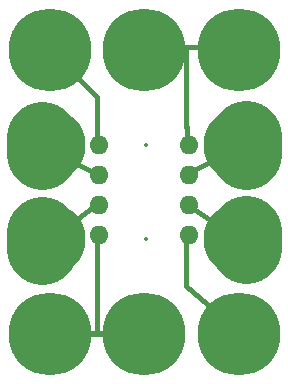
<source format=gtl>
%TF.GenerationSoftware,KiCad,Pcbnew,4.0.5-e0-6337~49~ubuntu16.04.1*%
%TF.CreationDate,2017-08-06T21:12:23-07:00*%
%TF.ProjectId,3x4-ATtiny85-8DIP-Breakout,3378342D415474696E7938352D384449,1.0*%
%TF.FileFunction,Copper,L1,Top,Signal*%
%FSLAX46Y46*%
G04 Gerber Fmt 4.6, Leading zero omitted, Abs format (unit mm)*
G04 Created by KiCad (PCBNEW 4.0.5-e0-6337~49~ubuntu16.04.1) date Sun Aug  6 21:12:23 2017*
%MOMM*%
%LPD*%
G01*
G04 APERTURE LIST*
%ADD10C,0.350000*%
%ADD11C,0.406400*%
%ADD12C,6.000000*%
%ADD13O,1.600000X1.600000*%
%ADD14C,7.000000*%
%ADD15C,6.000000*%
%ADD16C,0.500000*%
%ADD17C,0.350000*%
G04 APERTURE END LIST*
D10*
D11*
X8269200Y-68146400D02*
X4269200Y-71146400D01*
X4269200Y-63646400D02*
X8269200Y-65646400D01*
X8269200Y-59146400D02*
X4269200Y-55146400D01*
X8269200Y-63146400D02*
X8269200Y-59146400D01*
X12269200Y-54896400D02*
X20269200Y-54896400D01*
X15769200Y-61646400D02*
X15769200Y-54896400D01*
X15769200Y-65646400D02*
X20269200Y-63396400D01*
X15769200Y-68146400D02*
X20269200Y-71146400D01*
X15769200Y-75146400D02*
X20519200Y-79146400D01*
X15769200Y-70646400D02*
X15769200Y-75146400D01*
X8269200Y-70896400D02*
X8269200Y-79146400D01*
X15896200Y-61646400D02*
X15896200Y-63146400D01*
D12*
X20906200Y-63906400D02*
X20906200Y-62445900D01*
X20906200Y-71907400D02*
X20906200Y-70446900D01*
X3634200Y-62509400D02*
X3634200Y-63969900D01*
X3634200Y-70510400D02*
X3634200Y-71970900D01*
D13*
X8396200Y-63146400D03*
X8396200Y-65686400D03*
X8396200Y-68226400D03*
X8396200Y-70766400D03*
X16016200Y-70766400D03*
X16016200Y-68226400D03*
X16016200Y-65686400D03*
X16016200Y-63146400D03*
D14*
X4269200Y-79146400D03*
D15*
X4269200Y-63146400D03*
X4269200Y-71146400D03*
D14*
X12269200Y-79146400D03*
X4269200Y-55146400D03*
D15*
X20269200Y-63146400D03*
D14*
X20269200Y-79146400D03*
D15*
X20269200Y-71146400D03*
D14*
X20269200Y-55146400D03*
X12269200Y-55146400D03*
D16*
X4269200Y-79146400D02*
X12269200Y-79146400D01*
D17*
X8396200Y-63146400D03*
X8396200Y-65686400D03*
X8396200Y-68226400D03*
X8396200Y-70766400D03*
X16016200Y-70766400D03*
X16016200Y-68226400D03*
X16016200Y-65686400D03*
X16016200Y-63146400D03*
X4269200Y-79146400D03*
X12396200Y-63146400D03*
X4269200Y-63146400D03*
X4269200Y-71146400D03*
X12396200Y-71146400D03*
X12269200Y-79146400D03*
X4269200Y-55146400D03*
X20269200Y-63146400D03*
X20269200Y-79146400D03*
X20269200Y-71146400D03*
X20269200Y-55146400D03*
X12269200Y-55146400D03*
M02*

</source>
